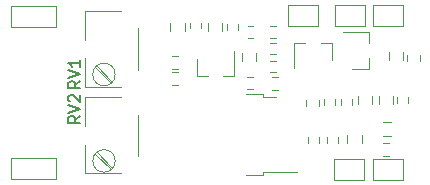
<source format=gbr>
G04 #@! TF.GenerationSoftware,KiCad,Pcbnew,(5.1.10)-1*
G04 #@! TF.CreationDate,2021-08-26T20:53:31-05:00*
G04 #@! TF.ProjectId,OGPsim,4f475073-696d-42e6-9b69-6361645f7063,rev?*
G04 #@! TF.SameCoordinates,Original*
G04 #@! TF.FileFunction,Legend,Top*
G04 #@! TF.FilePolarity,Positive*
%FSLAX46Y46*%
G04 Gerber Fmt 4.6, Leading zero omitted, Abs format (unit mm)*
G04 Created by KiCad (PCBNEW (5.1.10)-1) date 2021-08-26 20:53:31*
%MOMM*%
%LPD*%
G01*
G04 APERTURE LIST*
%ADD10C,0.120000*%
%ADD11C,0.150000*%
G04 APERTURE END LIST*
D10*
X151447600Y-88997600D02*
X151447600Y-88497600D01*
X150507600Y-88497600D02*
X150507600Y-88997600D01*
X154682000Y-90106400D02*
X154182000Y-90106400D01*
X154182000Y-91046400D02*
X154682000Y-91046400D01*
X154182000Y-92621200D02*
X154682000Y-92621200D01*
X154682000Y-91681200D02*
X154182000Y-91681200D01*
X164582400Y-94595200D02*
X164582400Y-95295200D01*
X163382400Y-95295200D02*
X163382400Y-94595200D01*
X164934800Y-94695200D02*
X164934800Y-95195200D01*
X165874800Y-95195200D02*
X165874800Y-94695200D01*
X147408800Y-88396000D02*
X147408800Y-88896000D01*
X148348800Y-88896000D02*
X148348800Y-88396000D01*
X160740800Y-98597200D02*
X160740800Y-97897200D01*
X161940800Y-97897200D02*
X161940800Y-98597200D01*
X159982000Y-98598800D02*
X159982000Y-98098800D01*
X159042000Y-98098800D02*
X159042000Y-98598800D01*
X158356400Y-98598800D02*
X158356400Y-98098800D01*
X157416400Y-98098800D02*
X157416400Y-98598800D01*
X161604400Y-95295200D02*
X161604400Y-94595200D01*
X162804400Y-94595200D02*
X162804400Y-95295200D01*
X161099600Y-95347600D02*
X161099600Y-94847600D01*
X160159600Y-94847600D02*
X160159600Y-95347600D01*
X158737200Y-94847600D02*
X158737200Y-95347600D01*
X159677200Y-95347600D02*
X159677200Y-94847600D01*
X153000000Y-90988400D02*
X153000000Y-91688400D01*
X151800000Y-91688400D02*
X151800000Y-90988400D01*
X150155200Y-88448400D02*
X150155200Y-89148400D01*
X148955200Y-89148400D02*
X148955200Y-88448400D01*
X165446000Y-90886800D02*
X165446000Y-91586800D01*
X164246000Y-91586800D02*
X164246000Y-90886800D01*
X146954800Y-88448400D02*
X146954800Y-89148400D01*
X145754800Y-89148400D02*
X145754800Y-88448400D01*
X164434000Y-98034400D02*
X163734000Y-98034400D01*
X163734000Y-96834400D02*
X164434000Y-96834400D01*
X147975200Y-92962000D02*
X148905200Y-92962000D01*
X151135200Y-92962000D02*
X150205200Y-92962000D01*
X151135200Y-92962000D02*
X151135200Y-90802000D01*
X147975200Y-92962000D02*
X147975200Y-91502000D01*
X159415600Y-90121200D02*
X158485600Y-90121200D01*
X156255600Y-90121200D02*
X157185600Y-90121200D01*
X156255600Y-90121200D02*
X156255600Y-92281200D01*
X159415600Y-90121200D02*
X159415600Y-91581200D01*
X162558000Y-92359600D02*
X161098000Y-92359600D01*
X162558000Y-89199600D02*
X160398000Y-89199600D01*
X162558000Y-89199600D02*
X162558000Y-90129600D01*
X162558000Y-92359600D02*
X162558000Y-91429600D01*
X165789200Y-91139200D02*
X165789200Y-91639200D01*
X166849200Y-91639200D02*
X166849200Y-91139200D01*
X152282080Y-89724640D02*
X152782080Y-89724640D01*
X152782080Y-88664640D02*
X152282080Y-88664640D01*
X152751600Y-92992800D02*
X152251600Y-92992800D01*
X152251600Y-94052800D02*
X152751600Y-94052800D01*
X154385200Y-94103600D02*
X154885200Y-94103600D01*
X154885200Y-93043600D02*
X154385200Y-93043600D01*
X145916840Y-92310360D02*
X146416840Y-92310360D01*
X146416840Y-91250360D02*
X145916840Y-91250360D01*
X164232400Y-98631600D02*
X163732400Y-98631600D01*
X163732400Y-99691600D02*
X164232400Y-99691600D01*
X158314800Y-95449200D02*
X158314800Y-94949200D01*
X157254800Y-94949200D02*
X157254800Y-95449200D01*
X154682000Y-88674800D02*
X154182000Y-88674800D01*
X154182000Y-89734800D02*
X154682000Y-89734800D01*
X142986800Y-88867200D02*
X142986800Y-92387200D01*
X138546800Y-87397200D02*
X138546800Y-89847200D01*
X138546800Y-91407200D02*
X138546800Y-93857200D01*
X141606800Y-87397200D02*
X138546800Y-87397200D01*
X141606800Y-93857200D02*
X138546800Y-93857200D01*
X140736800Y-93517200D02*
X139406800Y-92197200D01*
X140846800Y-93407200D02*
X139526800Y-92077200D01*
X141076800Y-92797200D02*
G75*
G03*
X141076800Y-92797200I-950000J0D01*
G01*
X141076800Y-100112400D02*
G75*
G03*
X141076800Y-100112400I-950000J0D01*
G01*
X140846800Y-100722400D02*
X139526800Y-99392400D01*
X140736800Y-100832400D02*
X139406800Y-99512400D01*
X141606800Y-101172400D02*
X138546800Y-101172400D01*
X141606800Y-94712400D02*
X138546800Y-94712400D01*
X138546800Y-98722400D02*
X138546800Y-101172400D01*
X138546800Y-94712400D02*
X138546800Y-97162400D01*
X142986800Y-96182400D02*
X142986800Y-99702400D01*
X152112999Y-101321799D02*
X153612999Y-101321799D01*
X153612999Y-101321799D02*
X153612999Y-101051799D01*
X153612999Y-101051799D02*
X156442999Y-101051799D01*
X152112999Y-94421799D02*
X153612999Y-94421799D01*
X153612999Y-94421799D02*
X153612999Y-94691799D01*
X153612999Y-94691799D02*
X154712999Y-94691799D01*
X145901600Y-93646400D02*
X146401600Y-93646400D01*
X146401600Y-92586400D02*
X145901600Y-92586400D01*
X132252800Y-88774000D02*
X136072800Y-88774000D01*
X136072800Y-88774000D02*
X136072800Y-86994000D01*
X136072800Y-86994000D02*
X132252800Y-86994000D01*
X132252800Y-88774000D02*
X132252800Y-86994000D01*
X132252800Y-101626400D02*
X132252800Y-99846400D01*
X136072800Y-99846400D02*
X132252800Y-99846400D01*
X136072800Y-101626400D02*
X136072800Y-99846400D01*
X132252800Y-101626400D02*
X136072800Y-101626400D01*
X159664400Y-88672400D02*
X162204400Y-88672400D01*
X162204400Y-86892400D02*
X159664400Y-86892400D01*
X162204400Y-86892400D02*
X162204400Y-88672400D01*
X159664400Y-88672400D02*
X159664400Y-86892400D01*
X159613600Y-101716601D02*
X159613600Y-99936601D01*
X162153600Y-99936601D02*
X162153600Y-101716601D01*
X162153600Y-99936601D02*
X159613600Y-99936601D01*
X159613600Y-101716601D02*
X162153600Y-101716601D01*
X162915600Y-88672400D02*
X165455600Y-88672400D01*
X165455600Y-86892400D02*
X162915600Y-86892400D01*
X165455600Y-86892400D02*
X165455600Y-88672400D01*
X162915600Y-88672400D02*
X162915600Y-86892400D01*
X162864800Y-101716601D02*
X162864800Y-99936601D01*
X165404800Y-99936601D02*
X165404800Y-101716601D01*
X165404800Y-99936601D02*
X162864800Y-99936601D01*
X162864800Y-101716601D02*
X165404800Y-101716601D01*
X158242000Y-86943200D02*
X158242000Y-88723200D01*
X155702000Y-88723200D02*
X155702000Y-86943200D01*
X155702000Y-88723200D02*
X158242000Y-88723200D01*
X158242000Y-86943200D02*
X155702000Y-86943200D01*
D11*
X138120380Y-93356038D02*
X137644190Y-93689371D01*
X138120380Y-93927466D02*
X137120380Y-93927466D01*
X137120380Y-93546514D01*
X137168000Y-93451276D01*
X137215619Y-93403657D01*
X137310857Y-93356038D01*
X137453714Y-93356038D01*
X137548952Y-93403657D01*
X137596571Y-93451276D01*
X137644190Y-93546514D01*
X137644190Y-93927466D01*
X137120380Y-93070323D02*
X138120380Y-92736990D01*
X137120380Y-92403657D01*
X138120380Y-91546514D02*
X138120380Y-92117942D01*
X138120380Y-91832228D02*
X137120380Y-91832228D01*
X137263238Y-91927466D01*
X137358476Y-92022704D01*
X137406095Y-92117942D01*
X138115300Y-96302438D02*
X137639110Y-96635771D01*
X138115300Y-96873866D02*
X137115300Y-96873866D01*
X137115300Y-96492914D01*
X137162920Y-96397676D01*
X137210539Y-96350057D01*
X137305777Y-96302438D01*
X137448634Y-96302438D01*
X137543872Y-96350057D01*
X137591491Y-96397676D01*
X137639110Y-96492914D01*
X137639110Y-96873866D01*
X137115300Y-96016723D02*
X138115300Y-95683390D01*
X137115300Y-95350057D01*
X137210539Y-95064342D02*
X137162920Y-95016723D01*
X137115300Y-94921485D01*
X137115300Y-94683390D01*
X137162920Y-94588152D01*
X137210539Y-94540533D01*
X137305777Y-94492914D01*
X137401015Y-94492914D01*
X137543872Y-94540533D01*
X138115300Y-95111961D01*
X138115300Y-94492914D01*
M02*

</source>
